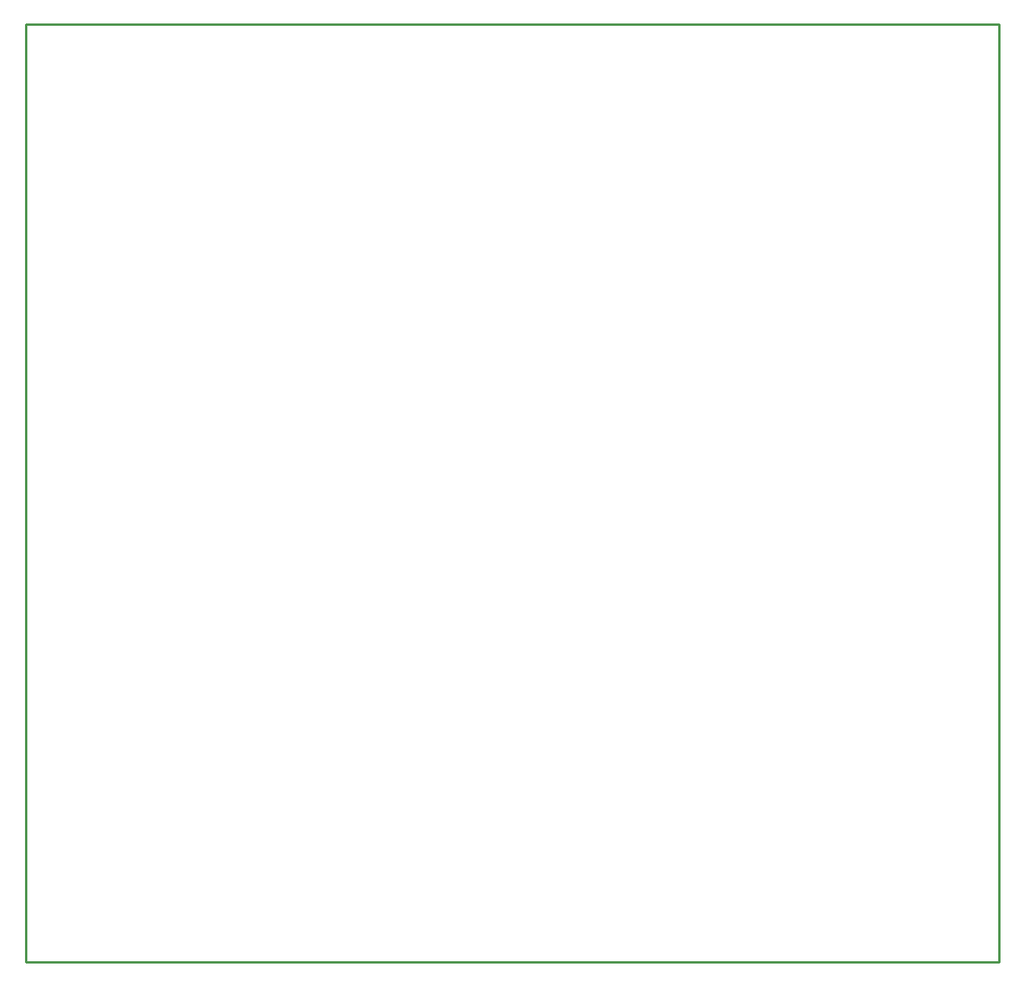
<source format=gbr>
G04 EAGLE Gerber RS-274X export*
G75*
%MOMM*%
%FSLAX34Y34*%
%LPD*%
%IN*%
%IPPOS*%
%AMOC8*
5,1,8,0,0,1.08239X$1,22.5*%
G01*
%ADD10C,0.254000*%


D10*
X0Y0D02*
X1054100Y0D01*
X1054100Y1016000D01*
X0Y1016000D01*
X0Y0D01*
M02*

</source>
